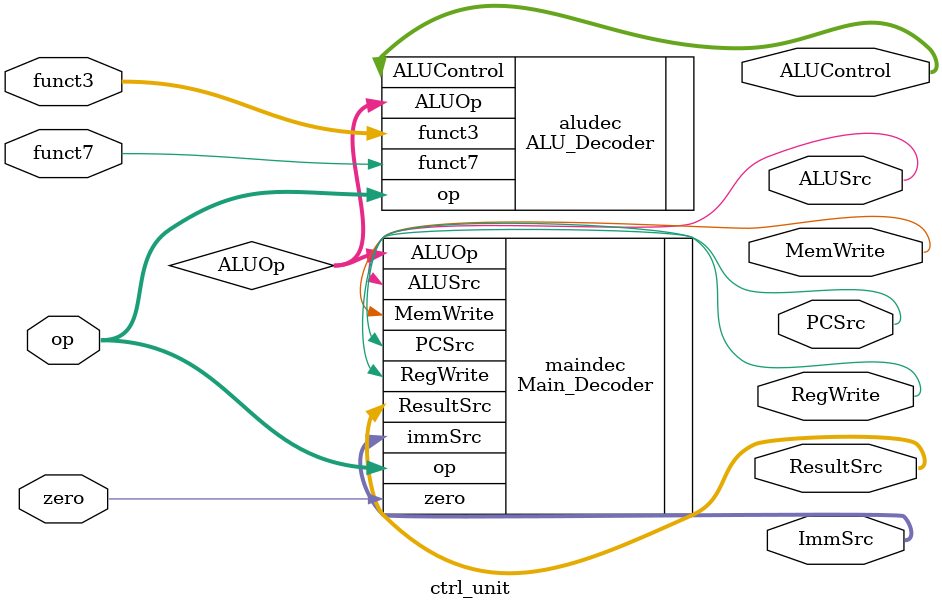
<source format=v>

module ctrl_unit(
  input  zero,               // Zero flag from ALU, used for branching decisions
  input  [6:0] op,           // 7-bit opcode, determines the operation type
  input  [2:0] funct3,       // 3-bit funct3 field, used in ALU operations
  input  funct7,             // 1-bit funct7 field, used in ALU operations
  output [2:0] ALUControl,   // ALU control signal, determines ALU operation
  output PCSrc,              // Control signal to select if the PC should be updated (branch)
  output [1:0] ResultSrc,    // Determines the source of the result (ALU, memory, etc.)
  output MemWrite,           // Memory write enable signal
  output ALUSrc,             // ALU source selection for operands
  output [1:0] ImmSrc,       // ImmSrc determines the immediate source for ALU
  output RegWrite            // Register write enable signal
);

  // Internal wire to hold ALU operation control signals
  wire [1:0] ALUOp;

  // Main Decoder Instantiation
  // Decodes the opcode and zero flag, generates control signals
  Main_Decoder maindec(
    .zero(zero),              // Zero flag from ALU
    .op(op),                  // Instruction opcode
    .PCSrc(PCSrc),            // Control signal for PC update (branch)
    .ResultSrc(ResultSrc),    // Determines the result source (ALU or memory)
    .MemWrite(MemWrite),      // Memory write enable
    .ALUSrc(ALUSrc),          // ALU source selection
    .immSrc(ImmSrc),          // Immediate source for ALU
    .RegWrite(RegWrite),      // Register write enable
    .ALUOp(ALUOp)            // ALU operation control signals
  );
  
  // ALU Decoder Instantiation
  // Decodes funct3, funct7, and ALUOp to generate the ALU control signal
  ALU_Decoder aludec(
    .funct3(funct3),          // funct3 field from instruction
    .funct7(funct7),          // funct7 field from instruction
    .ALUOp(ALUOp),            // ALU operation type from main decoder
    .op(op),                  // Instruction opcode
    .ALUControl(ALUControl)   // ALU operation control signal
  );
  
endmodule

</source>
